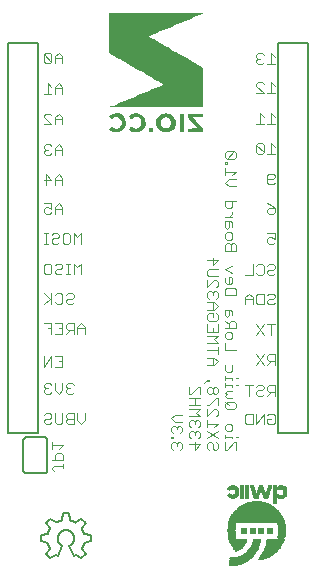
<source format=gbr>
G04 EAGLE Gerber RS-274X export*
G75*
%MOMM*%
%FSLAX34Y34*%
%LPD*%
%AMOC8*
5,1,8,0,0,1.08239X$1,22.5*%
G01*
%ADD10C,0.101600*%
%ADD11C,0.127000*%
%ADD12C,0.152400*%
%ADD13R,0.120000X0.020000*%
%ADD14R,0.340000X0.020000*%
%ADD15R,0.320000X0.020000*%
%ADD16R,0.140000X0.020000*%
%ADD17R,0.280000X0.020000*%
%ADD18R,0.360000X0.020000*%
%ADD19R,0.420000X0.020000*%
%ADD20R,0.380000X0.020000*%
%ADD21R,0.480000X0.020000*%
%ADD22R,0.540000X0.020000*%
%ADD23R,0.560000X0.020000*%
%ADD24R,0.400000X0.020000*%
%ADD25R,0.640000X0.020000*%
%ADD26R,0.620000X0.020000*%
%ADD27R,0.700000X0.020000*%
%ADD28R,0.660000X0.020000*%
%ADD29R,0.740000X0.020000*%
%ADD30R,1.080000X0.020000*%
%ADD31R,0.800000X0.020000*%
%ADD32R,1.100000X0.020000*%
%ADD33R,0.440000X0.020000*%
%ADD34R,0.840000X0.020000*%
%ADD35R,1.120000X0.020000*%
%ADD36R,0.460000X0.020000*%
%ADD37R,0.860000X0.020000*%
%ADD38R,0.900000X0.020000*%
%ADD39R,1.140000X0.020000*%
%ADD40R,0.920000X0.020000*%
%ADD41R,1.160000X0.020000*%
%ADD42R,0.960000X0.020000*%
%ADD43R,0.500000X0.020000*%
%ADD44R,0.520000X0.020000*%
%ADD45R,0.940000X0.020000*%
%ADD46R,0.260000X0.020000*%
%ADD47R,0.180000X0.020000*%
%ADD48R,0.580000X0.020000*%
%ADD49R,0.060000X0.020000*%
%ADD50R,0.600000X0.020000*%
%ADD51R,0.300000X0.020000*%
%ADD52R,0.040000X0.020000*%
%ADD53R,0.100000X0.020000*%
%ADD54R,0.160000X0.020000*%
%ADD55R,0.220000X0.020000*%
%ADD56R,0.980000X0.020000*%
%ADD57R,0.880000X0.020000*%
%ADD58R,0.760000X0.020000*%
%ADD59R,1.060000X0.020000*%
%ADD60R,0.720000X0.020000*%
%ADD61R,0.820000X0.020000*%
%ADD62R,1.180000X0.020000*%
%ADD63R,1.340000X0.020000*%
%ADD64R,1.460000X0.020000*%
%ADD65R,1.600000X0.020000*%
%ADD66R,1.700000X0.020000*%
%ADD67R,1.820000X0.020000*%
%ADD68R,1.900000X0.020000*%
%ADD69R,1.980000X0.020000*%
%ADD70R,2.100000X0.020000*%
%ADD71R,2.160000X0.020000*%
%ADD72R,2.260000X0.020000*%
%ADD73R,2.340000X0.020000*%
%ADD74R,2.400000X0.020000*%
%ADD75R,2.480000X0.020000*%
%ADD76R,2.540000X0.020000*%
%ADD77R,2.600000X0.020000*%
%ADD78R,2.680000X0.020000*%
%ADD79R,2.720000X0.020000*%
%ADD80R,2.800000X0.020000*%
%ADD81R,2.840000X0.020000*%
%ADD82R,2.900000X0.020000*%
%ADD83R,2.960000X0.020000*%
%ADD84R,3.000000X0.020000*%
%ADD85R,3.060000X0.020000*%
%ADD86R,3.120000X0.020000*%
%ADD87R,3.160000X0.020000*%
%ADD88R,3.200000X0.020000*%
%ADD89R,3.260000X0.020000*%
%ADD90R,3.300000X0.020000*%
%ADD91R,3.340000X0.020000*%
%ADD92R,3.380000X0.020000*%
%ADD93R,3.420000X0.020000*%
%ADD94R,3.460000X0.020000*%
%ADD95R,3.520000X0.020000*%
%ADD96R,3.540000X0.020000*%
%ADD97R,3.580000X0.020000*%
%ADD98R,3.620000X0.020000*%
%ADD99R,3.660000X0.020000*%
%ADD100R,3.700000X0.020000*%
%ADD101R,3.740000X0.020000*%
%ADD102R,3.780000X0.020000*%
%ADD103R,3.800000X0.020000*%
%ADD104R,3.840000X0.020000*%
%ADD105R,3.860000X0.020000*%
%ADD106R,3.900000X0.020000*%
%ADD107R,3.940000X0.020000*%
%ADD108R,3.960000X0.020000*%
%ADD109R,3.980000X0.020000*%
%ADD110R,4.020000X0.020000*%
%ADD111R,4.060000X0.020000*%
%ADD112R,4.080000X0.020000*%
%ADD113R,4.100000X0.020000*%
%ADD114R,4.120000X0.020000*%
%ADD115R,4.160000X0.020000*%
%ADD116R,4.180000X0.020000*%
%ADD117R,4.200000X0.020000*%
%ADD118R,4.240000X0.020000*%
%ADD119R,4.260000X0.020000*%
%ADD120R,4.280000X0.020000*%
%ADD121R,4.300000X0.020000*%
%ADD122R,4.320000X0.020000*%
%ADD123R,4.340000X0.020000*%
%ADD124R,4.380000X0.020000*%
%ADD125R,4.400000X0.020000*%
%ADD126R,4.440000X0.020000*%
%ADD127R,4.460000X0.020000*%
%ADD128R,4.500000X0.020000*%
%ADD129R,4.520000X0.020000*%
%ADD130R,4.540000X0.020000*%
%ADD131R,4.560000X0.020000*%
%ADD132R,4.580000X0.020000*%
%ADD133R,4.600000X0.020000*%
%ADD134R,4.620000X0.020000*%
%ADD135R,4.640000X0.020000*%
%ADD136R,4.660000X0.020000*%
%ADD137R,4.680000X0.020000*%
%ADD138R,4.700000X0.020000*%
%ADD139R,4.720000X0.020000*%
%ADD140R,4.740000X0.020000*%
%ADD141R,0.680000X0.020000*%
%ADD142R,1.480000X0.020000*%
%ADD143R,1.580000X0.020000*%
%ADD144R,1.560000X0.020000*%
%ADD145R,1.540000X0.020000*%
%ADD146R,1.520000X0.020000*%
%ADD147R,1.500000X0.020000*%
%ADD148R,1.440000X0.020000*%
%ADD149R,1.400000X0.020000*%
%ADD150R,1.420000X0.020000*%
%ADD151R,1.380000X0.020000*%
%ADD152R,1.360000X0.020000*%
%ADD153R,1.320000X0.020000*%
%ADD154R,1.300000X0.020000*%
%ADD155R,1.260000X0.020000*%
%ADD156R,1.220000X0.020000*%
%ADD157R,1.200000X0.020000*%
%ADD158R,1.040000X0.020000*%
%ADD159R,1.020000X0.020000*%
%ADD160R,1.000000X0.020000*%
%ADD161R,1.280000X0.020000*%
%ADD162R,0.780000X0.020000*%
%ADD163R,1.240000X0.020000*%
%ADD164R,0.020000X0.020000*%
%ADD165R,1.840000X0.020000*%
%ADD166R,1.800000X0.020000*%
%ADD167R,1.780000X0.020000*%
%ADD168R,1.760000X0.020000*%
%ADD169R,1.740000X0.020000*%
%ADD170R,1.680000X0.020000*%
%ADD171R,1.660000X0.020000*%
%ADD172R,1.620000X0.020000*%

G36*
X167321Y433726D02*
X167321Y433726D01*
X167320Y433726D01*
X167321Y433727D01*
X167318Y436117D01*
X167313Y438504D01*
X167310Y440893D01*
X167305Y443283D01*
X167302Y445670D01*
X167297Y448059D01*
X167294Y450446D01*
X167294Y450449D01*
X167289Y452836D01*
X167286Y455226D01*
X167284Y457613D01*
X167278Y460002D01*
X167276Y462389D01*
X167270Y464779D01*
X167268Y467166D01*
X167263Y467172D01*
X167262Y467176D01*
X164960Y468510D01*
X162658Y469843D01*
X160359Y471177D01*
X155756Y473844D01*
X153457Y475177D01*
X148854Y477844D01*
X146555Y479178D01*
X144253Y480511D01*
X141946Y481850D01*
X139640Y483186D01*
X137335Y484522D01*
X135028Y485861D01*
X132721Y487200D01*
X130417Y488536D01*
X128110Y489875D01*
X125806Y491214D01*
X123499Y492555D01*
X121218Y493888D01*
X123612Y494924D01*
X126037Y495953D01*
X128461Y496980D01*
X130888Y498004D01*
X133315Y499025D01*
X135742Y500047D01*
X138169Y501066D01*
X140598Y502087D01*
X143025Y503103D01*
X145332Y504071D01*
X147636Y505040D01*
X149943Y506005D01*
X152248Y506973D01*
X154555Y507939D01*
X156859Y508907D01*
X159166Y509875D01*
X161470Y510843D01*
X163777Y511811D01*
X166081Y512779D01*
X166082Y512779D01*
X167260Y513281D01*
X167263Y513286D01*
X167267Y513290D01*
X167266Y513292D01*
X167267Y513295D01*
X167260Y513298D01*
X167256Y513304D01*
X161954Y513304D01*
X159303Y513306D01*
X135446Y513306D01*
X132795Y513309D01*
X111593Y513309D01*
X108942Y513312D01*
X87736Y513312D01*
X87725Y513301D01*
X87725Y513300D01*
X87724Y513300D01*
X87727Y510907D01*
X87732Y508512D01*
X87735Y506120D01*
X87740Y503725D01*
X87743Y501333D01*
X87746Y498938D01*
X87751Y496543D01*
X87754Y494151D01*
X87759Y491756D01*
X87762Y489363D01*
X87767Y486968D01*
X87770Y484576D01*
X87775Y482181D01*
X87778Y479786D01*
X87783Y479780D01*
X87784Y479776D01*
X90080Y478448D01*
X92374Y477117D01*
X94670Y475789D01*
X96966Y474458D01*
X99260Y473127D01*
X101556Y471799D01*
X103850Y470468D01*
X106146Y469137D01*
X108442Y467809D01*
X110736Y466478D01*
X117641Y462478D01*
X119942Y461141D01*
X124546Y458474D01*
X126845Y457138D01*
X129146Y455805D01*
X131445Y454466D01*
X133724Y453139D01*
X131300Y452084D01*
X128844Y451042D01*
X126390Y450004D01*
X123934Y448967D01*
X121475Y447932D01*
X119016Y446897D01*
X116557Y445865D01*
X114098Y444833D01*
X111793Y443867D01*
X109486Y442899D01*
X107180Y441931D01*
X104873Y440966D01*
X102568Y439998D01*
X100261Y439029D01*
X97954Y438064D01*
X95650Y437096D01*
X93343Y436128D01*
X91039Y435160D01*
X89359Y434453D01*
X87678Y433746D01*
X87676Y433741D01*
X87671Y433737D01*
X87673Y433735D01*
X87672Y433732D01*
X87678Y433729D01*
X87683Y433723D01*
X92990Y433723D01*
X95644Y433720D01*
X130150Y433720D01*
X132803Y433718D01*
X164655Y433718D01*
X167309Y433715D01*
X167321Y433726D01*
G37*
G36*
X136106Y412574D02*
X136106Y412574D01*
X137495Y412643D01*
X137497Y412645D01*
X137498Y412644D01*
X139683Y413393D01*
X139684Y413395D01*
X139686Y413395D01*
X141585Y414704D01*
X141585Y414706D01*
X141587Y414706D01*
X143043Y416496D01*
X143043Y416498D01*
X143045Y416499D01*
X143917Y418633D01*
X143916Y418635D01*
X143918Y418636D01*
X144099Y420655D01*
X144098Y420656D01*
X144099Y420657D01*
X143870Y422668D01*
X143868Y422670D01*
X143869Y422672D01*
X142842Y424968D01*
X142840Y424969D01*
X142840Y424971D01*
X141184Y426865D01*
X141182Y426865D01*
X141181Y426867D01*
X139650Y427806D01*
X139649Y427806D01*
X139649Y427807D01*
X137979Y428476D01*
X137977Y428475D01*
X137976Y428477D01*
X136106Y428648D01*
X135792Y428677D01*
X135790Y428676D01*
X135789Y428677D01*
X133602Y428485D01*
X133601Y428483D01*
X133599Y428484D01*
X131721Y427719D01*
X131721Y427717D01*
X131719Y427718D01*
X130039Y426587D01*
X130038Y426585D01*
X130037Y426585D01*
X128612Y424896D01*
X128612Y424894D01*
X128610Y424893D01*
X127744Y422864D01*
X127744Y422862D01*
X127743Y422860D01*
X127479Y420666D01*
X127480Y420664D01*
X127479Y420663D01*
X127620Y418850D01*
X127622Y418848D01*
X127621Y418846D01*
X128245Y417140D01*
X128247Y417139D01*
X128246Y417137D01*
X129513Y415217D01*
X129515Y415216D01*
X129515Y415214D01*
X131275Y413737D01*
X131278Y413737D01*
X131278Y413735D01*
X133388Y412812D01*
X133390Y412813D01*
X133391Y412811D01*
X135434Y412539D01*
X135435Y412540D01*
X135436Y412539D01*
X136106Y412574D01*
G37*
G36*
X167321Y412822D02*
X167321Y412822D01*
X167320Y412822D01*
X167321Y412823D01*
X167316Y414130D01*
X167310Y415437D01*
X167307Y415441D01*
X167307Y415445D01*
X165881Y417098D01*
X163027Y420405D01*
X161600Y422059D01*
X158763Y425346D01*
X160799Y425359D01*
X162863Y425373D01*
X164925Y425386D01*
X166989Y425402D01*
X167001Y425413D01*
X167000Y425413D01*
X167001Y425414D01*
X167001Y428396D01*
X166990Y428408D01*
X166990Y428407D01*
X166989Y428408D01*
X154187Y428408D01*
X154176Y428397D01*
X154176Y428396D01*
X154175Y428396D01*
X154175Y425886D01*
X154179Y425882D01*
X154178Y425878D01*
X155616Y424209D01*
X157053Y422539D01*
X158488Y420867D01*
X159926Y419197D01*
X161361Y417528D01*
X162781Y415875D01*
X162144Y415867D01*
X162142Y415867D01*
X161185Y415855D01*
X161183Y415855D01*
X160665Y415849D01*
X160226Y415843D01*
X160224Y415843D01*
X159267Y415831D01*
X159265Y415831D01*
X159264Y415831D01*
X158524Y415822D01*
X158308Y415819D01*
X158306Y415819D01*
X157350Y415807D01*
X157348Y415807D01*
X156392Y415796D01*
X156390Y415796D01*
X156390Y415795D01*
X156382Y415795D01*
X155433Y415784D01*
X155431Y415784D01*
X154474Y415772D01*
X154472Y415772D01*
X154241Y415769D01*
X154229Y415758D01*
X154229Y415757D01*
X154199Y414290D01*
X154170Y412823D01*
X154180Y412811D01*
X154181Y412812D01*
X154182Y412811D01*
X167309Y412811D01*
X167321Y412822D01*
G37*
G36*
X112284Y412654D02*
X112284Y412654D01*
X112286Y412656D01*
X112288Y412655D01*
X114608Y413513D01*
X114609Y413516D01*
X114611Y413515D01*
X116553Y415046D01*
X116553Y415048D01*
X116555Y415049D01*
X117926Y417108D01*
X117926Y417110D01*
X117927Y417110D01*
X118490Y418785D01*
X118490Y418786D01*
X118489Y418787D01*
X118491Y418788D01*
X118619Y420557D01*
X118618Y420558D01*
X118619Y420558D01*
X118464Y422487D01*
X118462Y422488D01*
X118463Y422490D01*
X117778Y424295D01*
X117776Y424296D01*
X117777Y424298D01*
X116633Y426061D01*
X116630Y426061D01*
X116630Y426063D01*
X115033Y427426D01*
X115031Y427426D01*
X115030Y427428D01*
X113126Y428319D01*
X113124Y428318D01*
X113124Y428319D01*
X111785Y428645D01*
X111783Y428644D01*
X111782Y428645D01*
X111553Y428648D01*
X111551Y428648D01*
X110671Y428660D01*
X110669Y428660D01*
X110403Y428664D01*
X110403Y428663D01*
X110403Y428664D01*
X110251Y428660D01*
X110250Y428660D01*
X109748Y428648D01*
X109747Y428648D01*
X109245Y428636D01*
X109243Y428636D01*
X109053Y428632D01*
X109052Y428631D01*
X109051Y428631D01*
X107734Y428365D01*
X107733Y428364D01*
X107732Y428364D01*
X106254Y427775D01*
X106253Y427773D01*
X106252Y427774D01*
X104935Y426885D01*
X104934Y426882D01*
X104931Y426882D01*
X104451Y426116D01*
X104453Y426107D01*
X104452Y426102D01*
X105441Y424940D01*
X105442Y424939D01*
X106466Y423803D01*
X106472Y423802D01*
X106473Y423801D01*
X106478Y423801D01*
X106478Y423802D01*
X106482Y423801D01*
X106482Y423802D01*
X107073Y424236D01*
X108799Y425218D01*
X110760Y425479D01*
X112193Y425181D01*
X113419Y424384D01*
X114617Y422665D01*
X115026Y420611D01*
X114617Y418554D01*
X113419Y416838D01*
X112183Y416037D01*
X110736Y415740D01*
X108767Y415971D01*
X107049Y416978D01*
X106357Y417518D01*
X106341Y417517D01*
X105247Y416432D01*
X104157Y415344D01*
X104156Y415340D01*
X104156Y415339D01*
X104156Y415328D01*
X104157Y415328D01*
X104157Y415327D01*
X104661Y414810D01*
X104662Y414810D01*
X104662Y414809D01*
X105875Y413830D01*
X105877Y413830D01*
X105877Y413829D01*
X107242Y413074D01*
X107245Y413075D01*
X107246Y413073D01*
X109737Y412545D01*
X109738Y412546D01*
X109740Y412544D01*
X112284Y412654D01*
G37*
G36*
X95258Y412568D02*
X95258Y412568D01*
X95259Y412570D01*
X95261Y412569D01*
X97605Y413286D01*
X97606Y413288D01*
X97608Y413288D01*
X99689Y414717D01*
X99689Y414720D01*
X99691Y414720D01*
X101196Y416744D01*
X101195Y416747D01*
X101197Y416748D01*
X102000Y419143D01*
X101999Y419145D01*
X102001Y419146D01*
X102057Y421669D01*
X102055Y421671D01*
X102056Y421671D01*
X102055Y421671D01*
X102056Y421673D01*
X101350Y424097D01*
X101347Y424099D01*
X101348Y424101D01*
X99921Y426181D01*
X99919Y426181D01*
X99919Y426183D01*
X98014Y427693D01*
X98012Y427693D01*
X98011Y427695D01*
X95734Y428540D01*
X95731Y428539D01*
X95730Y428541D01*
X93303Y428698D01*
X93302Y428697D01*
X93300Y428698D01*
X90700Y428202D01*
X90698Y428200D01*
X90696Y428201D01*
X88397Y426891D01*
X88396Y426888D01*
X88394Y426888D01*
X87860Y426176D01*
X87861Y426164D01*
X87861Y426161D01*
X88877Y424966D01*
X89925Y423803D01*
X89941Y423801D01*
X90645Y424308D01*
X92029Y425136D01*
X93602Y425479D01*
X95549Y425229D01*
X97163Y424115D01*
X98331Y421914D01*
X98352Y419419D01*
X97232Y417192D01*
X95722Y416077D01*
X93876Y415718D01*
X92069Y416032D01*
X90490Y416980D01*
X89803Y417508D01*
X89787Y417507D01*
X88757Y416475D01*
X88757Y416474D01*
X87727Y415325D01*
X87727Y415309D01*
X87728Y415309D01*
X87728Y415308D01*
X89435Y413742D01*
X89438Y413742D01*
X89438Y413740D01*
X91265Y412908D01*
X91267Y412909D01*
X91268Y412907D01*
X93244Y412529D01*
X93246Y412530D01*
X93247Y412528D01*
X95258Y412568D01*
G37*
%LPC*%
G36*
X136657Y415845D02*
X136657Y415845D01*
X136279Y415857D01*
X136105Y415862D01*
X135869Y415870D01*
X135497Y415882D01*
X135496Y415882D01*
X135124Y415894D01*
X134752Y415905D01*
X134751Y415905D01*
X134380Y415917D01*
X134379Y415917D01*
X134362Y415918D01*
X132197Y417357D01*
X131220Y419358D01*
X131175Y421582D01*
X132069Y423617D01*
X133777Y425040D01*
X135793Y425506D01*
X136103Y425440D01*
X137820Y425070D01*
X139442Y423785D01*
X140406Y421611D01*
X140307Y419235D01*
X139142Y417166D01*
X136947Y415836D01*
X136657Y415845D01*
G37*
%LPD*%
G36*
X150788Y412822D02*
X150788Y412822D01*
X150787Y412822D01*
X150788Y412823D01*
X150788Y428396D01*
X150778Y428408D01*
X150777Y428407D01*
X150776Y428408D01*
X147362Y428408D01*
X147351Y428397D01*
X147351Y428396D01*
X147351Y412823D01*
X147361Y412811D01*
X147362Y412812D01*
X147362Y412811D01*
X150776Y412811D01*
X150788Y412822D01*
G37*
G36*
X124868Y412822D02*
X124868Y412822D01*
X124867Y412822D01*
X124868Y412823D01*
X124868Y416344D01*
X124857Y416355D01*
X124856Y416355D01*
X121229Y416355D01*
X121217Y416345D01*
X121217Y416344D01*
X121217Y412823D01*
X121227Y412811D01*
X121228Y412812D01*
X121229Y412811D01*
X124856Y412811D01*
X124868Y412822D01*
G37*
D10*
X195080Y144018D02*
X195080Y150119D01*
X193555Y150119D01*
X187453Y144018D01*
X185928Y144018D01*
X185928Y150119D01*
X192029Y153373D02*
X192029Y154898D01*
X185928Y154898D01*
X185928Y153373D02*
X185928Y156424D01*
X195080Y154898D02*
X196605Y154898D01*
X185928Y161135D02*
X185928Y164186D01*
X187453Y165711D01*
X190504Y165711D01*
X192029Y164186D01*
X192029Y161135D01*
X190504Y159610D01*
X187453Y159610D01*
X185928Y161135D01*
X187453Y178320D02*
X193555Y178320D01*
X195080Y179846D01*
X195080Y182896D01*
X193555Y184422D01*
X187453Y184422D01*
X185928Y182896D01*
X185928Y179846D01*
X187453Y178320D01*
X188979Y181371D02*
X185928Y184422D01*
X187453Y187676D02*
X192029Y187676D01*
X187453Y187676D02*
X185928Y189201D01*
X187453Y190726D01*
X185928Y192251D01*
X187453Y193777D01*
X192029Y193777D01*
X192029Y197031D02*
X192029Y198556D01*
X185928Y198556D01*
X185928Y197031D02*
X185928Y200081D01*
X195080Y198556D02*
X196605Y198556D01*
X192029Y203268D02*
X192029Y204793D01*
X185928Y204793D01*
X185928Y203268D02*
X185928Y206318D01*
X195080Y204793D02*
X196605Y204793D01*
X192029Y211030D02*
X192029Y215605D01*
X192029Y211030D02*
X190504Y209504D01*
X187453Y209504D01*
X185928Y211030D01*
X185928Y215605D01*
X185928Y228215D02*
X195080Y228215D01*
X185928Y228215D02*
X185928Y234316D01*
X185928Y239095D02*
X185928Y242146D01*
X187453Y243671D01*
X190504Y243671D01*
X192029Y242146D01*
X192029Y239095D01*
X190504Y237570D01*
X187453Y237570D01*
X185928Y239095D01*
X185928Y246925D02*
X195080Y246925D01*
X195080Y251501D01*
X193555Y253026D01*
X190504Y253026D01*
X188979Y251501D01*
X188979Y246925D01*
X188979Y249976D02*
X185928Y253026D01*
X192029Y257806D02*
X192029Y260856D01*
X190504Y262381D01*
X185928Y262381D01*
X185928Y257806D01*
X187453Y256280D01*
X188979Y257806D01*
X188979Y262381D01*
X185928Y274991D02*
X195080Y274991D01*
X185928Y274991D02*
X185928Y279567D01*
X187453Y281092D01*
X193555Y281092D01*
X195080Y279567D01*
X195080Y274991D01*
X185928Y285871D02*
X185928Y288922D01*
X185928Y285871D02*
X187453Y284346D01*
X190504Y284346D01*
X192029Y285871D01*
X192029Y288922D01*
X190504Y290447D01*
X188979Y290447D01*
X188979Y284346D01*
X192029Y293701D02*
X185928Y296752D01*
X192029Y299802D01*
X195080Y312411D02*
X185928Y312411D01*
X195080Y312411D02*
X195080Y316987D01*
X193555Y318513D01*
X192029Y318513D01*
X190504Y316987D01*
X188979Y318513D01*
X187453Y318513D01*
X185928Y316987D01*
X185928Y312411D01*
X190504Y312411D02*
X190504Y316987D01*
X185928Y323292D02*
X185928Y326342D01*
X187453Y327868D01*
X190504Y327868D01*
X192029Y326342D01*
X192029Y323292D01*
X190504Y321767D01*
X187453Y321767D01*
X185928Y323292D01*
X192029Y332647D02*
X192029Y335698D01*
X190504Y337223D01*
X185928Y337223D01*
X185928Y332647D01*
X187453Y331122D01*
X188979Y332647D01*
X188979Y337223D01*
X192029Y340477D02*
X185928Y340477D01*
X188979Y340477D02*
X192029Y343528D01*
X192029Y345053D01*
X195080Y354374D02*
X185928Y354374D01*
X185928Y349798D01*
X187453Y348273D01*
X190504Y348273D01*
X192029Y349798D01*
X192029Y354374D01*
X195080Y366983D02*
X188979Y366983D01*
X185928Y370034D01*
X188979Y373084D01*
X195080Y373084D01*
X192029Y376338D02*
X195080Y379389D01*
X185928Y379389D01*
X185928Y376338D02*
X185928Y382440D01*
X185928Y385694D02*
X187453Y385694D01*
X187453Y387219D01*
X185928Y387219D01*
X185928Y385694D01*
X187453Y390371D02*
X193555Y390371D01*
X195080Y391897D01*
X195080Y394947D01*
X193555Y396472D01*
X187453Y396472D01*
X185928Y394947D01*
X185928Y391897D01*
X187453Y390371D01*
X193555Y396472D01*
X178315Y150119D02*
X179840Y148594D01*
X179840Y145543D01*
X178315Y144018D01*
X176789Y144018D01*
X175264Y145543D01*
X175264Y148594D01*
X173739Y150119D01*
X172213Y150119D01*
X170688Y148594D01*
X170688Y145543D01*
X172213Y144018D01*
X179840Y153373D02*
X170688Y159474D01*
X170688Y153373D02*
X179840Y159474D01*
X176789Y162728D02*
X179840Y165779D01*
X170688Y165779D01*
X170688Y162728D02*
X170688Y168830D01*
X170688Y172084D02*
X170688Y178185D01*
X170688Y172084D02*
X176789Y178185D01*
X178315Y178185D01*
X179840Y176659D01*
X179840Y173609D01*
X178315Y172084D01*
X179840Y181439D02*
X179840Y187540D01*
X178315Y187540D01*
X172213Y181439D01*
X170688Y181439D01*
X178315Y190794D02*
X179840Y192319D01*
X179840Y195370D01*
X178315Y196895D01*
X176789Y196895D01*
X175264Y195370D01*
X173739Y196895D01*
X172213Y196895D01*
X170688Y195370D01*
X170688Y192319D01*
X172213Y190794D01*
X173739Y190794D01*
X175264Y192319D01*
X176789Y190794D01*
X178315Y190794D01*
X175264Y192319D02*
X175264Y195370D01*
X167637Y200149D02*
X170688Y203200D01*
X172213Y203200D01*
X172213Y201674D01*
X170688Y201674D01*
X170688Y203200D01*
X170688Y215741D02*
X176789Y215741D01*
X179840Y218792D01*
X176789Y221842D01*
X170688Y221842D01*
X175264Y221842D02*
X175264Y215741D01*
X170688Y228147D02*
X179840Y228147D01*
X179840Y231197D02*
X179840Y225096D01*
X179840Y234451D02*
X170688Y234451D01*
X176789Y237502D02*
X179840Y234451D01*
X176789Y237502D02*
X179840Y240553D01*
X170688Y240553D01*
X179840Y243807D02*
X179840Y249908D01*
X179840Y243807D02*
X170688Y243807D01*
X170688Y249908D01*
X175264Y246857D02*
X175264Y243807D01*
X179840Y257738D02*
X178315Y259263D01*
X179840Y257738D02*
X179840Y254687D01*
X178315Y253162D01*
X172213Y253162D01*
X170688Y254687D01*
X170688Y257738D01*
X172213Y259263D01*
X175264Y259263D01*
X175264Y256212D01*
X176789Y262517D02*
X170688Y262517D01*
X176789Y262517D02*
X179840Y265568D01*
X176789Y268618D01*
X170688Y268618D01*
X175264Y268618D02*
X175264Y262517D01*
X178315Y271872D02*
X179840Y273398D01*
X179840Y276448D01*
X178315Y277973D01*
X176789Y277973D01*
X175264Y276448D01*
X175264Y274923D01*
X175264Y276448D02*
X173739Y277973D01*
X172213Y277973D01*
X170688Y276448D01*
X170688Y273398D01*
X172213Y271872D01*
X170688Y281227D02*
X170688Y287329D01*
X176789Y287329D02*
X170688Y281227D01*
X176789Y287329D02*
X178315Y287329D01*
X179840Y285803D01*
X179840Y282753D01*
X178315Y281227D01*
X179840Y290583D02*
X172213Y290583D01*
X170688Y292108D01*
X170688Y295159D01*
X172213Y296684D01*
X179840Y296684D01*
X179840Y304514D02*
X170688Y304514D01*
X175264Y299938D02*
X179840Y304514D01*
X175264Y306039D02*
X175264Y299938D01*
X164600Y148594D02*
X155448Y148594D01*
X160024Y144018D02*
X164600Y148594D01*
X160024Y150119D02*
X160024Y144018D01*
X163075Y153373D02*
X164600Y154898D01*
X164600Y157949D01*
X163075Y159474D01*
X161549Y159474D01*
X160024Y157949D01*
X160024Y156424D01*
X160024Y157949D02*
X158499Y159474D01*
X156973Y159474D01*
X155448Y157949D01*
X155448Y154898D01*
X156973Y153373D01*
X163075Y162728D02*
X164600Y164254D01*
X164600Y167304D01*
X163075Y168830D01*
X161549Y168830D01*
X160024Y167304D01*
X160024Y165779D01*
X160024Y167304D02*
X158499Y168830D01*
X156973Y168830D01*
X155448Y167304D01*
X155448Y164254D01*
X156973Y162728D01*
X155448Y172084D02*
X164600Y172084D01*
X161549Y175134D01*
X164600Y178185D01*
X155448Y178185D01*
X155448Y181439D02*
X164600Y181439D01*
X160024Y181439D02*
X160024Y187540D01*
X164600Y187540D02*
X155448Y187540D01*
X164600Y190794D02*
X164600Y196895D01*
X163075Y196895D01*
X156973Y190794D01*
X155448Y190794D01*
X155448Y196895D01*
X149360Y145543D02*
X147835Y144018D01*
X149360Y145543D02*
X149360Y148594D01*
X147835Y150119D01*
X146309Y150119D01*
X144784Y148594D01*
X144784Y147069D01*
X144784Y148594D02*
X143259Y150119D01*
X141733Y150119D01*
X140208Y148594D01*
X140208Y145543D01*
X141733Y144018D01*
X141733Y153373D02*
X140208Y153373D01*
X141733Y153373D02*
X141733Y154898D01*
X140208Y154898D01*
X140208Y153373D01*
X147835Y158051D02*
X149360Y159576D01*
X149360Y162627D01*
X147835Y164152D01*
X146309Y164152D01*
X144784Y162627D01*
X144784Y161101D01*
X144784Y162627D02*
X143259Y164152D01*
X141733Y164152D01*
X140208Y162627D01*
X140208Y159576D01*
X141733Y158051D01*
X143259Y167406D02*
X149360Y167406D01*
X143259Y167406D02*
X140208Y170457D01*
X143259Y173507D01*
X149360Y173507D01*
X227838Y476509D02*
X224787Y479560D01*
X224787Y470408D01*
X221737Y470408D02*
X227838Y470408D01*
X218483Y478035D02*
X216958Y479560D01*
X213907Y479560D01*
X212382Y478035D01*
X212382Y476509D01*
X213907Y474984D01*
X215432Y474984D01*
X213907Y474984D02*
X212382Y473459D01*
X212382Y471933D01*
X213907Y470408D01*
X216958Y470408D01*
X218483Y471933D01*
X224787Y454922D02*
X227838Y451871D01*
X224787Y454922D02*
X224787Y445770D01*
X221737Y445770D02*
X227838Y445770D01*
X218483Y445770D02*
X212382Y445770D01*
X218483Y445770D02*
X212382Y451871D01*
X212382Y453397D01*
X213907Y454922D01*
X216958Y454922D01*
X218483Y453397D01*
X224787Y428760D02*
X227838Y425709D01*
X224787Y428760D02*
X224787Y419608D01*
X221737Y419608D02*
X227838Y419608D01*
X218483Y425709D02*
X215432Y428760D01*
X215432Y419608D01*
X212382Y419608D02*
X218483Y419608D01*
X224787Y403614D02*
X227838Y400563D01*
X224787Y403614D02*
X224787Y394462D01*
X221737Y394462D02*
X227838Y394462D01*
X218483Y395987D02*
X218483Y402089D01*
X216958Y403614D01*
X213907Y403614D01*
X212382Y402089D01*
X212382Y395987D01*
X213907Y394462D01*
X216958Y394462D01*
X218483Y395987D01*
X212382Y402089D01*
X227838Y370079D02*
X226313Y368554D01*
X223262Y368554D01*
X221737Y370079D01*
X221737Y376181D01*
X223262Y377706D01*
X226313Y377706D01*
X227838Y376181D01*
X227838Y374655D01*
X226313Y373130D01*
X221737Y373130D01*
X221737Y352814D02*
X224787Y351289D01*
X227838Y348238D01*
X227838Y345187D01*
X226313Y343662D01*
X223262Y343662D01*
X221737Y345187D01*
X221737Y346713D01*
X223262Y348238D01*
X227838Y348238D01*
X227838Y327160D02*
X221737Y327160D01*
X227838Y327160D02*
X227838Y322584D01*
X224787Y324109D01*
X223262Y324109D01*
X221737Y322584D01*
X221737Y319533D01*
X223262Y318008D01*
X226313Y318008D01*
X227838Y319533D01*
X223262Y300998D02*
X221737Y299473D01*
X223262Y300998D02*
X226313Y300998D01*
X227838Y299473D01*
X227838Y297947D01*
X226313Y296422D01*
X223262Y296422D01*
X221737Y294897D01*
X221737Y293371D01*
X223262Y291846D01*
X226313Y291846D01*
X227838Y293371D01*
X213907Y300998D02*
X212382Y299473D01*
X213907Y300998D02*
X216958Y300998D01*
X218483Y299473D01*
X218483Y293371D01*
X216958Y291846D01*
X213907Y291846D01*
X212382Y293371D01*
X209128Y291846D02*
X209128Y300998D01*
X209128Y291846D02*
X203026Y291846D01*
X221737Y274581D02*
X223262Y276106D01*
X226313Y276106D01*
X227838Y274581D01*
X227838Y273055D01*
X226313Y271530D01*
X223262Y271530D01*
X221737Y270005D01*
X221737Y268479D01*
X223262Y266954D01*
X226313Y266954D01*
X227838Y268479D01*
X218483Y266954D02*
X218483Y276106D01*
X218483Y266954D02*
X213907Y266954D01*
X212382Y268479D01*
X212382Y274581D01*
X213907Y276106D01*
X218483Y276106D01*
X209128Y273055D02*
X209128Y266954D01*
X209128Y273055D02*
X206077Y276106D01*
X203026Y273055D01*
X203026Y266954D01*
X203026Y271530D02*
X209128Y271530D01*
X224787Y250198D02*
X224787Y241046D01*
X221737Y250198D02*
X227838Y250198D01*
X218483Y250198D02*
X212382Y241046D01*
X218483Y241046D02*
X212382Y250198D01*
X227838Y225052D02*
X227838Y215900D01*
X227838Y225052D02*
X223262Y225052D01*
X221737Y223527D01*
X221737Y220476D01*
X223262Y218951D01*
X227838Y218951D01*
X224787Y218951D02*
X221737Y215900D01*
X212382Y215900D02*
X218483Y225052D01*
X212382Y225052D02*
X218483Y215900D01*
X227838Y198890D02*
X227838Y189738D01*
X227838Y198890D02*
X223262Y198890D01*
X221737Y197365D01*
X221737Y194314D01*
X223262Y192789D01*
X227838Y192789D01*
X224787Y192789D02*
X221737Y189738D01*
X213907Y198890D02*
X212382Y197365D01*
X213907Y198890D02*
X216958Y198890D01*
X218483Y197365D01*
X218483Y195839D01*
X216958Y194314D01*
X213907Y194314D01*
X212382Y192789D01*
X212382Y191263D01*
X213907Y189738D01*
X216958Y189738D01*
X218483Y191263D01*
X206077Y189738D02*
X206077Y198890D01*
X209128Y198890D02*
X203026Y198890D01*
X223262Y174506D02*
X221737Y172981D01*
X223262Y174506D02*
X226313Y174506D01*
X227838Y172981D01*
X227838Y166879D01*
X226313Y165354D01*
X223262Y165354D01*
X221737Y166879D01*
X221737Y169930D01*
X224787Y169930D01*
X218483Y165354D02*
X218483Y174506D01*
X212382Y165354D01*
X212382Y174506D01*
X209128Y174506D02*
X209128Y165354D01*
X204552Y165354D01*
X203026Y166879D01*
X203026Y172981D01*
X204552Y174506D01*
X209128Y174506D01*
X48174Y470916D02*
X48174Y477017D01*
X45124Y480068D01*
X42073Y477017D01*
X42073Y470916D01*
X42073Y475492D02*
X48174Y475492D01*
X38819Y472441D02*
X38819Y478543D01*
X37294Y480068D01*
X34243Y480068D01*
X32718Y478543D01*
X32718Y472441D01*
X34243Y470916D01*
X37294Y470916D01*
X38819Y472441D01*
X32718Y478543D01*
X48174Y451363D02*
X48174Y445262D01*
X48174Y451363D02*
X45124Y454414D01*
X42073Y451363D01*
X42073Y445262D01*
X42073Y449838D02*
X48174Y449838D01*
X38819Y451363D02*
X35769Y454414D01*
X35769Y445262D01*
X38819Y445262D02*
X32718Y445262D01*
X48174Y425455D02*
X48174Y419354D01*
X48174Y425455D02*
X45124Y428506D01*
X42073Y425455D01*
X42073Y419354D01*
X42073Y423930D02*
X48174Y423930D01*
X38819Y419354D02*
X32718Y419354D01*
X38819Y419354D02*
X32718Y425455D01*
X32718Y426981D01*
X34243Y428506D01*
X37294Y428506D01*
X38819Y426981D01*
X48174Y399547D02*
X48174Y393446D01*
X48174Y399547D02*
X45124Y402598D01*
X42073Y399547D01*
X42073Y393446D01*
X42073Y398022D02*
X48174Y398022D01*
X38819Y401073D02*
X37294Y402598D01*
X34243Y402598D01*
X32718Y401073D01*
X32718Y399547D01*
X34243Y398022D01*
X35769Y398022D01*
X34243Y398022D02*
X32718Y396497D01*
X32718Y394971D01*
X34243Y393446D01*
X37294Y393446D01*
X38819Y394971D01*
X48174Y373893D02*
X48174Y367792D01*
X48174Y373893D02*
X45124Y376944D01*
X42073Y373893D01*
X42073Y367792D01*
X42073Y372368D02*
X48174Y372368D01*
X34243Y367792D02*
X34243Y376944D01*
X38819Y372368D01*
X32718Y372368D01*
X48174Y349509D02*
X48174Y343408D01*
X48174Y349509D02*
X45124Y352560D01*
X42073Y349509D01*
X42073Y343408D01*
X42073Y347984D02*
X48174Y347984D01*
X38819Y352560D02*
X32718Y352560D01*
X38819Y352560D02*
X38819Y347984D01*
X35769Y349509D01*
X34243Y349509D01*
X32718Y347984D01*
X32718Y344933D01*
X34243Y343408D01*
X37294Y343408D01*
X38819Y344933D01*
X63766Y327414D02*
X63766Y318262D01*
X60716Y324363D02*
X63766Y327414D01*
X60716Y324363D02*
X57665Y327414D01*
X57665Y318262D01*
X52886Y327414D02*
X49835Y327414D01*
X52886Y327414D02*
X54411Y325889D01*
X54411Y319787D01*
X52886Y318262D01*
X49835Y318262D01*
X48310Y319787D01*
X48310Y325889D01*
X49835Y327414D01*
X40480Y327414D02*
X38955Y325889D01*
X40480Y327414D02*
X43531Y327414D01*
X45056Y325889D01*
X45056Y324363D01*
X43531Y322838D01*
X40480Y322838D01*
X38955Y321313D01*
X38955Y319787D01*
X40480Y318262D01*
X43531Y318262D01*
X45056Y319787D01*
X35701Y318262D02*
X32650Y318262D01*
X34176Y318262D02*
X34176Y327414D01*
X35701Y327414D02*
X32650Y327414D01*
X63766Y301506D02*
X63766Y292354D01*
X60716Y298455D02*
X63766Y301506D01*
X60716Y298455D02*
X57665Y301506D01*
X57665Y292354D01*
X54411Y292354D02*
X51361Y292354D01*
X52886Y292354D02*
X52886Y301506D01*
X54411Y301506D02*
X51361Y301506D01*
X43599Y301506D02*
X42073Y299981D01*
X43599Y301506D02*
X46649Y301506D01*
X48174Y299981D01*
X48174Y298455D01*
X46649Y296930D01*
X43599Y296930D01*
X42073Y295405D01*
X42073Y293879D01*
X43599Y292354D01*
X46649Y292354D01*
X48174Y293879D01*
X37294Y301506D02*
X34243Y301506D01*
X37294Y301506D02*
X38819Y299981D01*
X38819Y293879D01*
X37294Y292354D01*
X34243Y292354D01*
X32718Y293879D01*
X32718Y299981D01*
X34243Y301506D01*
X52954Y276360D02*
X51428Y274835D01*
X52954Y276360D02*
X56004Y276360D01*
X57530Y274835D01*
X57530Y273309D01*
X56004Y271784D01*
X52954Y271784D01*
X51428Y270259D01*
X51428Y268733D01*
X52954Y267208D01*
X56004Y267208D01*
X57530Y268733D01*
X43598Y276360D02*
X42073Y274835D01*
X43598Y276360D02*
X46649Y276360D01*
X48174Y274835D01*
X48174Y268733D01*
X46649Y267208D01*
X43598Y267208D01*
X42073Y268733D01*
X38819Y267208D02*
X38819Y276360D01*
X38819Y270259D02*
X32718Y276360D01*
X37294Y271784D02*
X32718Y267208D01*
X66885Y248163D02*
X66885Y242062D01*
X66885Y248163D02*
X63834Y251214D01*
X60784Y248163D01*
X60784Y242062D01*
X60784Y246638D02*
X66885Y246638D01*
X57530Y242062D02*
X57530Y251214D01*
X52954Y251214D01*
X51428Y249689D01*
X51428Y246638D01*
X52954Y245113D01*
X57530Y245113D01*
X54479Y245113D02*
X51428Y242062D01*
X48174Y251214D02*
X42073Y251214D01*
X48174Y251214D02*
X48174Y242062D01*
X42073Y242062D01*
X45124Y246638D02*
X48174Y246638D01*
X38819Y242062D02*
X38819Y251214D01*
X32718Y251214D01*
X35769Y246638D02*
X38819Y246638D01*
X42073Y223274D02*
X48174Y223274D01*
X48174Y214122D01*
X42073Y214122D01*
X45124Y218698D02*
X48174Y218698D01*
X38819Y214122D02*
X38819Y223274D01*
X32718Y214122D01*
X32718Y223274D01*
X56004Y200414D02*
X57530Y198889D01*
X56004Y200414D02*
X52954Y200414D01*
X51428Y198889D01*
X51428Y197363D01*
X52954Y195838D01*
X54479Y195838D01*
X52954Y195838D02*
X51428Y194313D01*
X51428Y192787D01*
X52954Y191262D01*
X56004Y191262D01*
X57530Y192787D01*
X48174Y194313D02*
X48174Y200414D01*
X48174Y194313D02*
X45124Y191262D01*
X42073Y194313D01*
X42073Y200414D01*
X38819Y198889D02*
X37294Y200414D01*
X34243Y200414D01*
X32718Y198889D01*
X32718Y197363D01*
X34243Y195838D01*
X35769Y195838D01*
X34243Y195838D02*
X32718Y194313D01*
X32718Y192787D01*
X34243Y191262D01*
X37294Y191262D01*
X38819Y192787D01*
X66885Y174760D02*
X66885Y168659D01*
X63834Y165608D01*
X60784Y168659D01*
X60784Y174760D01*
X57530Y174760D02*
X57530Y165608D01*
X57530Y174760D02*
X52954Y174760D01*
X51428Y173235D01*
X51428Y171709D01*
X52954Y170184D01*
X51428Y168659D01*
X51428Y167133D01*
X52954Y165608D01*
X57530Y165608D01*
X57530Y170184D02*
X52954Y170184D01*
X48174Y167133D02*
X48174Y174760D01*
X48174Y167133D02*
X46649Y165608D01*
X43599Y165608D01*
X42073Y167133D01*
X42073Y174760D01*
X34243Y174760D02*
X32718Y173235D01*
X34243Y174760D02*
X37294Y174760D01*
X38819Y173235D01*
X38819Y171709D01*
X37294Y170184D01*
X34243Y170184D01*
X32718Y168659D01*
X32718Y167133D01*
X34243Y165608D01*
X37294Y165608D01*
X38819Y167133D01*
X39116Y127255D02*
X40641Y125730D01*
X39116Y127255D02*
X39116Y128781D01*
X40641Y130306D01*
X48268Y130306D01*
X48268Y128781D02*
X48268Y131831D01*
X48268Y135085D02*
X39116Y135085D01*
X48268Y135085D02*
X48268Y139661D01*
X46743Y141186D01*
X43692Y141186D01*
X42167Y139661D01*
X42167Y135085D01*
X45217Y144440D02*
X48268Y147491D01*
X39116Y147491D01*
X39116Y144440D02*
X39116Y150542D01*
D11*
X27700Y157600D02*
X2300Y157600D01*
X27700Y157600D02*
X27700Y487800D01*
X2300Y487800D01*
X2300Y157600D01*
X230900Y157600D02*
X256300Y157600D01*
X256300Y487800D01*
X230900Y487800D01*
X230900Y157600D01*
D12*
X35266Y152030D02*
X35266Y126630D01*
X17486Y124090D02*
X17386Y124092D01*
X17287Y124098D01*
X17187Y124108D01*
X17089Y124121D01*
X16990Y124139D01*
X16893Y124160D01*
X16797Y124185D01*
X16701Y124214D01*
X16607Y124247D01*
X16514Y124283D01*
X16423Y124323D01*
X16333Y124367D01*
X16245Y124414D01*
X16159Y124464D01*
X16075Y124518D01*
X15993Y124575D01*
X15914Y124635D01*
X15836Y124699D01*
X15762Y124765D01*
X15690Y124834D01*
X15621Y124906D01*
X15555Y124980D01*
X15491Y125058D01*
X15431Y125137D01*
X15374Y125219D01*
X15320Y125303D01*
X15270Y125389D01*
X15223Y125477D01*
X15179Y125567D01*
X15139Y125658D01*
X15103Y125751D01*
X15070Y125845D01*
X15041Y125941D01*
X15016Y126037D01*
X14995Y126134D01*
X14977Y126233D01*
X14964Y126331D01*
X14954Y126431D01*
X14948Y126530D01*
X14946Y126630D01*
X14946Y152030D02*
X14948Y152130D01*
X14954Y152229D01*
X14964Y152329D01*
X14977Y152427D01*
X14995Y152526D01*
X15016Y152623D01*
X15041Y152719D01*
X15070Y152815D01*
X15103Y152909D01*
X15139Y153002D01*
X15179Y153093D01*
X15223Y153183D01*
X15270Y153271D01*
X15320Y153357D01*
X15374Y153441D01*
X15431Y153523D01*
X15491Y153602D01*
X15555Y153680D01*
X15621Y153754D01*
X15690Y153826D01*
X15762Y153895D01*
X15836Y153961D01*
X15914Y154025D01*
X15993Y154085D01*
X16075Y154142D01*
X16159Y154196D01*
X16245Y154246D01*
X16333Y154293D01*
X16423Y154337D01*
X16514Y154377D01*
X16607Y154413D01*
X16701Y154446D01*
X16797Y154475D01*
X16893Y154500D01*
X16990Y154521D01*
X17089Y154539D01*
X17187Y154552D01*
X17287Y154562D01*
X17386Y154568D01*
X17486Y154570D01*
X32726Y154570D02*
X32826Y154568D01*
X32925Y154562D01*
X33025Y154552D01*
X33123Y154539D01*
X33222Y154521D01*
X33319Y154500D01*
X33415Y154475D01*
X33511Y154446D01*
X33605Y154413D01*
X33698Y154377D01*
X33789Y154337D01*
X33879Y154293D01*
X33967Y154246D01*
X34053Y154196D01*
X34137Y154142D01*
X34219Y154085D01*
X34298Y154025D01*
X34376Y153961D01*
X34450Y153895D01*
X34522Y153826D01*
X34591Y153754D01*
X34657Y153680D01*
X34721Y153602D01*
X34781Y153523D01*
X34838Y153441D01*
X34892Y153357D01*
X34942Y153271D01*
X34989Y153183D01*
X35033Y153093D01*
X35073Y153002D01*
X35109Y152909D01*
X35142Y152815D01*
X35171Y152719D01*
X35196Y152623D01*
X35217Y152526D01*
X35235Y152427D01*
X35248Y152329D01*
X35258Y152229D01*
X35264Y152130D01*
X35266Y152030D01*
X35266Y126630D02*
X35264Y126530D01*
X35258Y126431D01*
X35248Y126331D01*
X35235Y126233D01*
X35217Y126134D01*
X35196Y126037D01*
X35171Y125941D01*
X35142Y125845D01*
X35109Y125751D01*
X35073Y125658D01*
X35033Y125567D01*
X34989Y125477D01*
X34942Y125389D01*
X34892Y125303D01*
X34838Y125219D01*
X34781Y125137D01*
X34721Y125058D01*
X34657Y124980D01*
X34591Y124906D01*
X34522Y124834D01*
X34450Y124765D01*
X34376Y124699D01*
X34298Y124635D01*
X34219Y124575D01*
X34137Y124518D01*
X34053Y124464D01*
X33967Y124414D01*
X33879Y124367D01*
X33789Y124323D01*
X33698Y124283D01*
X33605Y124247D01*
X33511Y124214D01*
X33415Y124185D01*
X33319Y124160D01*
X33222Y124139D01*
X33123Y124121D01*
X33025Y124108D01*
X32925Y124098D01*
X32826Y124092D01*
X32726Y124090D01*
X17486Y124090D01*
X17486Y154570D02*
X32726Y154570D01*
X14946Y152030D02*
X14946Y126630D01*
D13*
X233606Y112956D03*
D14*
X228306Y112956D03*
X224106Y112956D03*
D15*
X216206Y112956D03*
X208606Y112956D03*
D14*
X204506Y112956D03*
X200306Y112956D03*
D16*
X192506Y112956D03*
D17*
X233606Y112756D03*
D18*
X228206Y112756D03*
X224006Y112756D03*
X216206Y112756D03*
D14*
X208506Y112756D03*
D18*
X204606Y112756D03*
X200206Y112756D03*
D15*
X192406Y112756D03*
D19*
X233706Y112556D03*
D18*
X228206Y112556D03*
X224006Y112556D03*
D20*
X216306Y112556D03*
D18*
X208606Y112556D03*
X204606Y112556D03*
X200206Y112556D03*
D21*
X192406Y112556D03*
X233606Y112356D03*
D18*
X228206Y112356D03*
X224006Y112356D03*
D20*
X216306Y112356D03*
D14*
X208706Y112356D03*
D18*
X204606Y112356D03*
X200206Y112356D03*
D22*
X192506Y112356D03*
D23*
X233606Y112156D03*
D18*
X228206Y112156D03*
X223806Y112156D03*
D24*
X216206Y112156D03*
D14*
X208706Y112156D03*
D18*
X204606Y112156D03*
X200206Y112156D03*
D25*
X192406Y112156D03*
D26*
X233706Y111956D03*
D18*
X228206Y111956D03*
X223806Y111956D03*
D24*
X216206Y111956D03*
D18*
X208806Y111956D03*
X204606Y111956D03*
X200206Y111956D03*
D27*
X192506Y111956D03*
D28*
X233706Y111756D03*
D20*
X228306Y111756D03*
D14*
X223706Y111756D03*
D19*
X216306Y111756D03*
D14*
X208906Y111756D03*
D18*
X204606Y111756D03*
X200206Y111756D03*
D29*
X192506Y111756D03*
D30*
X231806Y111556D03*
D18*
X223606Y111556D03*
D19*
X216306Y111556D03*
D14*
X208906Y111556D03*
D18*
X204606Y111556D03*
X200206Y111556D03*
D31*
X192406Y111556D03*
D32*
X231906Y111356D03*
D18*
X223606Y111356D03*
D33*
X216206Y111356D03*
D14*
X208906Y111356D03*
D18*
X204606Y111356D03*
X200206Y111356D03*
D34*
X192406Y111356D03*
D35*
X232006Y111156D03*
D14*
X223506Y111156D03*
D36*
X216306Y111156D03*
D14*
X209106Y111156D03*
D18*
X204606Y111156D03*
X200206Y111156D03*
D37*
X192506Y111156D03*
D35*
X232006Y110956D03*
D14*
X223506Y110956D03*
D36*
X216306Y110956D03*
D14*
X209106Y110956D03*
D18*
X204606Y110956D03*
X200206Y110956D03*
D38*
X192506Y110956D03*
D39*
X232106Y110756D03*
D18*
X223406Y110756D03*
D21*
X216206Y110756D03*
D15*
X209206Y110756D03*
D18*
X204606Y110756D03*
X200206Y110756D03*
D40*
X192406Y110756D03*
D41*
X232206Y110556D03*
D14*
X223306Y110556D03*
D21*
X216206Y110556D03*
D14*
X209306Y110556D03*
D18*
X204606Y110556D03*
X200206Y110556D03*
D42*
X192406Y110556D03*
D41*
X232206Y110356D03*
D14*
X223306Y110356D03*
D43*
X216306Y110356D03*
D14*
X209306Y110356D03*
D18*
X204606Y110356D03*
X200206Y110356D03*
D42*
X192606Y110356D03*
D41*
X232206Y110156D03*
D18*
X223206Y110156D03*
D44*
X216206Y110156D03*
D14*
X209306Y110156D03*
D18*
X204606Y110156D03*
X200206Y110156D03*
D45*
X192706Y110156D03*
D21*
X235806Y109956D03*
D22*
X229106Y109956D03*
D14*
X223106Y109956D03*
D44*
X216206Y109956D03*
D15*
X209406Y109956D03*
D18*
X204606Y109956D03*
X200206Y109956D03*
D21*
X195206Y109956D03*
D15*
X190006Y109956D03*
D36*
X236106Y109756D03*
D43*
X228906Y109756D03*
D14*
X223106Y109756D03*
D44*
X216206Y109756D03*
D14*
X209506Y109756D03*
D18*
X204606Y109756D03*
X200206Y109756D03*
D33*
X195406Y109756D03*
D46*
X189906Y109756D03*
D19*
X236306Y109556D03*
D36*
X228706Y109556D03*
D18*
X223006Y109556D03*
D22*
X216306Y109556D03*
D15*
X209606Y109556D03*
D18*
X204606Y109556D03*
X200206Y109556D03*
D19*
X195706Y109556D03*
D47*
X189906Y109556D03*
D24*
X236406Y109356D03*
D33*
X228606Y109356D03*
D14*
X222906Y109356D03*
D22*
X216306Y109356D03*
D15*
X209606Y109356D03*
D18*
X204606Y109356D03*
X200206Y109356D03*
D24*
X195806Y109356D03*
D13*
X190006Y109356D03*
D24*
X236406Y109156D03*
D19*
X228506Y109156D03*
D14*
X222906Y109156D03*
D48*
X216306Y109156D03*
D14*
X209706Y109156D03*
D18*
X204606Y109156D03*
X200206Y109156D03*
D20*
X195906Y109156D03*
D49*
X190106Y109156D03*
D20*
X236506Y108956D03*
D24*
X228406Y108956D03*
D15*
X222806Y108956D03*
D48*
X216306Y108956D03*
D15*
X209806Y108956D03*
D18*
X204606Y108956D03*
X200206Y108956D03*
X196006Y108956D03*
D20*
X236706Y108756D03*
D24*
X228406Y108756D03*
D14*
X222706Y108756D03*
D50*
X216206Y108756D03*
D15*
X209806Y108756D03*
D18*
X204606Y108756D03*
X200206Y108756D03*
D20*
X196106Y108756D03*
X236706Y108556D03*
D24*
X228406Y108556D03*
D14*
X222706Y108556D03*
D50*
X216206Y108556D03*
D15*
X210006Y108556D03*
D18*
X204606Y108556D03*
X200206Y108556D03*
D20*
X196106Y108556D03*
X236706Y108356D03*
X228306Y108356D03*
D15*
X222606Y108356D03*
D17*
X217806Y108356D03*
D51*
X214706Y108356D03*
D15*
X210006Y108356D03*
D18*
X204606Y108356D03*
X200206Y108356D03*
X196206Y108356D03*
X236806Y108156D03*
D20*
X228306Y108156D03*
D14*
X222506Y108156D03*
D17*
X218006Y108156D03*
D51*
X214706Y108156D03*
D15*
X210006Y108156D03*
D18*
X204606Y108156D03*
X200206Y108156D03*
X196206Y108156D03*
X236806Y107956D03*
D20*
X228306Y107956D03*
D14*
X222506Y107956D03*
D17*
X218006Y107956D03*
D51*
X214506Y107956D03*
X210106Y107956D03*
D18*
X204606Y107956D03*
X200206Y107956D03*
X196206Y107956D03*
X236806Y107756D03*
X228206Y107756D03*
D15*
X222406Y107756D03*
D51*
X218106Y107756D03*
X214506Y107756D03*
D15*
X210206Y107756D03*
D18*
X204606Y107756D03*
X200206Y107756D03*
X196206Y107756D03*
X236806Y107556D03*
X228206Y107556D03*
D14*
X222306Y107556D03*
D51*
X218106Y107556D03*
X214506Y107556D03*
D15*
X210206Y107556D03*
D18*
X204606Y107556D03*
X200206Y107556D03*
X196206Y107556D03*
X236806Y107356D03*
X228206Y107356D03*
D15*
X222206Y107356D03*
D17*
X218206Y107356D03*
X214406Y107356D03*
D51*
X210306Y107356D03*
D18*
X204606Y107356D03*
X200206Y107356D03*
X196206Y107356D03*
X236806Y107156D03*
X228206Y107156D03*
D15*
X222206Y107156D03*
D17*
X218206Y107156D03*
D51*
X214306Y107156D03*
D15*
X210406Y107156D03*
D18*
X204606Y107156D03*
X200206Y107156D03*
X196206Y107156D03*
X236806Y106956D03*
X228206Y106956D03*
D15*
X222206Y106956D03*
D17*
X218406Y106956D03*
D51*
X214306Y106956D03*
X210506Y106956D03*
D18*
X204606Y106956D03*
X200206Y106956D03*
X196206Y106956D03*
X236806Y106756D03*
D20*
X228306Y106756D03*
D14*
X222106Y106756D03*
D17*
X218406Y106756D03*
D51*
X214106Y106756D03*
X210506Y106756D03*
D18*
X204606Y106756D03*
X200206Y106756D03*
X196206Y106756D03*
X236806Y106556D03*
D20*
X228306Y106556D03*
D15*
X222006Y106556D03*
D17*
X218406Y106556D03*
D51*
X214106Y106556D03*
X210506Y106556D03*
D18*
X204606Y106556D03*
X200206Y106556D03*
X196206Y106556D03*
D20*
X236706Y106356D03*
X228306Y106356D03*
D15*
X222006Y106356D03*
D17*
X218406Y106356D03*
D51*
X214106Y106356D03*
D15*
X210606Y106356D03*
D18*
X204606Y106356D03*
X200206Y106356D03*
D20*
X196106Y106356D03*
X236706Y106156D03*
D24*
X228406Y106156D03*
D15*
X221806Y106156D03*
D17*
X218606Y106156D03*
D51*
X214106Y106156D03*
X210706Y106156D03*
D18*
X204606Y106156D03*
X200206Y106156D03*
D20*
X196106Y106156D03*
X236706Y105956D03*
D24*
X228406Y105956D03*
D26*
X220306Y105956D03*
X212306Y105956D03*
D18*
X204606Y105956D03*
X200206Y105956D03*
D20*
X195906Y105956D03*
D52*
X190006Y105956D03*
D20*
X236506Y105756D03*
D24*
X228406Y105756D03*
D26*
X220306Y105756D03*
D50*
X212406Y105756D03*
D18*
X204606Y105756D03*
X200206Y105756D03*
D20*
X195906Y105756D03*
D53*
X189906Y105756D03*
D24*
X236406Y105556D03*
D19*
X228506Y105556D03*
D48*
X220306Y105556D03*
X212306Y105556D03*
D18*
X204606Y105556D03*
X200206Y105556D03*
D24*
X195806Y105556D03*
D54*
X189806Y105556D03*
D24*
X236406Y105356D03*
D33*
X228606Y105356D03*
D48*
X220306Y105356D03*
X212306Y105356D03*
D18*
X204606Y105356D03*
X200206Y105356D03*
D19*
X195706Y105356D03*
D55*
X189706Y105356D03*
D19*
X236306Y105156D03*
D36*
X228706Y105156D03*
D48*
X220306Y105156D03*
D23*
X212406Y105156D03*
D18*
X204606Y105156D03*
X200206Y105156D03*
D33*
X195406Y105156D03*
D17*
X189806Y105156D03*
D33*
X236006Y104956D03*
D21*
X228806Y104956D03*
D22*
X220306Y104956D03*
D23*
X212406Y104956D03*
D18*
X204606Y104956D03*
X200206Y104956D03*
D42*
X192806Y104956D03*
D36*
X235906Y104756D03*
D44*
X229006Y104756D03*
D22*
X220306Y104756D03*
X212306Y104756D03*
D18*
X204606Y104756D03*
X200206Y104756D03*
D42*
X192606Y104756D03*
D44*
X235406Y104556D03*
D50*
X229406Y104556D03*
D44*
X220206Y104556D03*
X212406Y104556D03*
D18*
X204606Y104556D03*
X200206Y104556D03*
D56*
X192506Y104556D03*
D41*
X232206Y104356D03*
D43*
X220306Y104356D03*
D44*
X212406Y104356D03*
D18*
X204606Y104356D03*
X200206Y104356D03*
D45*
X192506Y104356D03*
D41*
X232206Y104156D03*
D43*
X220306Y104156D03*
D21*
X212406Y104156D03*
D18*
X204606Y104156D03*
X200206Y104156D03*
D40*
X192406Y104156D03*
D39*
X232106Y103956D03*
D21*
X220206Y103956D03*
X212406Y103956D03*
D18*
X204606Y103956D03*
X200206Y103956D03*
D57*
X192406Y103956D03*
D35*
X232006Y103756D03*
D21*
X220206Y103756D03*
X212406Y103756D03*
D18*
X204606Y103756D03*
X200206Y103756D03*
D34*
X192406Y103756D03*
D32*
X231906Y103556D03*
D36*
X220306Y103556D03*
D33*
X212406Y103556D03*
D18*
X204606Y103556D03*
X200206Y103556D03*
D31*
X192406Y103556D03*
D30*
X231806Y103356D03*
D33*
X220206Y103356D03*
X212406Y103356D03*
D18*
X204606Y103356D03*
X200206Y103356D03*
D58*
X192406Y103356D03*
D59*
X231706Y103156D03*
D19*
X220306Y103156D03*
D33*
X212406Y103156D03*
D18*
X204606Y103156D03*
X200206Y103156D03*
D60*
X192406Y103156D03*
D25*
X233606Y102956D03*
D20*
X228306Y102956D03*
D24*
X220206Y102956D03*
D19*
X212506Y102956D03*
D18*
X204606Y102956D03*
X200206Y102956D03*
D25*
X192406Y102956D03*
D50*
X233606Y102756D03*
D18*
X228206Y102756D03*
D24*
X220206Y102756D03*
X212406Y102756D03*
D18*
X204606Y102756D03*
X200206Y102756D03*
D50*
X192406Y102756D03*
D23*
X233606Y102556D03*
D18*
X228206Y102556D03*
D24*
X220206Y102556D03*
D20*
X212506Y102556D03*
D18*
X204606Y102556D03*
X200206Y102556D03*
D43*
X192506Y102556D03*
D21*
X233606Y102356D03*
D18*
X228206Y102356D03*
X220206Y102356D03*
D20*
X212506Y102356D03*
D18*
X204606Y102356D03*
X200206Y102356D03*
X192406Y102356D03*
D24*
X233606Y102156D03*
D18*
X228206Y102156D03*
X220206Y102156D03*
X212406Y102156D03*
D14*
X204506Y102156D03*
D18*
X200206Y102156D03*
D55*
X192506Y102156D03*
D17*
X233606Y101956D03*
D18*
X228206Y101956D03*
D53*
X233506Y101756D03*
D18*
X228206Y101756D03*
X228206Y101556D03*
X228206Y101356D03*
X228206Y101156D03*
X228206Y100956D03*
X228206Y100756D03*
X228206Y100556D03*
X228206Y100356D03*
X228206Y100156D03*
X228206Y99956D03*
X228206Y99756D03*
X228206Y99556D03*
D19*
X212506Y99556D03*
D18*
X228206Y99356D03*
D61*
X212506Y99356D03*
D18*
X228206Y99156D03*
D56*
X212506Y99156D03*
D18*
X228206Y98956D03*
D62*
X212506Y98956D03*
D18*
X228206Y98756D03*
D63*
X212506Y98756D03*
D18*
X228206Y98556D03*
D64*
X212506Y98556D03*
D18*
X228206Y98356D03*
D65*
X212406Y98356D03*
D14*
X228306Y98156D03*
D66*
X212506Y98156D03*
D67*
X212506Y97956D03*
D68*
X212506Y97756D03*
D69*
X212506Y97556D03*
D70*
X212506Y97356D03*
D71*
X212406Y97156D03*
D72*
X212506Y96956D03*
D73*
X212506Y96756D03*
D74*
X212406Y96556D03*
D75*
X212406Y96356D03*
D76*
X212506Y96156D03*
D77*
X212406Y95956D03*
D78*
X212406Y95756D03*
D79*
X212406Y95556D03*
D80*
X212406Y95356D03*
D81*
X212406Y95156D03*
D82*
X212506Y94956D03*
D83*
X212406Y94756D03*
D84*
X212406Y94556D03*
D85*
X212506Y94356D03*
D86*
X212406Y94156D03*
D87*
X212406Y93956D03*
D88*
X212406Y93756D03*
D89*
X212506Y93556D03*
D90*
X212506Y93356D03*
D91*
X212506Y93156D03*
D92*
X212506Y92956D03*
D93*
X212506Y92756D03*
D94*
X212506Y92556D03*
D95*
X212406Y92356D03*
D96*
X212506Y92156D03*
D97*
X212506Y91956D03*
D98*
X212506Y91756D03*
D99*
X212506Y91556D03*
D100*
X212506Y91356D03*
D101*
X212506Y91156D03*
D102*
X212506Y90956D03*
D103*
X212406Y90756D03*
D104*
X212406Y90556D03*
D105*
X212506Y90356D03*
D106*
X212506Y90156D03*
D107*
X212506Y89956D03*
D108*
X212406Y89756D03*
D109*
X212506Y89556D03*
D110*
X212506Y89356D03*
D111*
X212506Y89156D03*
D112*
X212406Y88956D03*
D113*
X212506Y88756D03*
D114*
X212406Y88556D03*
D115*
X212406Y88356D03*
D116*
X212506Y88156D03*
D117*
X212406Y87956D03*
D118*
X212406Y87756D03*
D119*
X212506Y87556D03*
D120*
X212406Y87356D03*
D121*
X212506Y87156D03*
D122*
X212406Y86956D03*
D123*
X212506Y86756D03*
D124*
X212506Y86556D03*
X212506Y86356D03*
D125*
X212406Y86156D03*
D126*
X212406Y85956D03*
D127*
X212506Y85756D03*
X212506Y85556D03*
D128*
X212506Y85356D03*
D129*
X212406Y85156D03*
X212406Y84956D03*
D130*
X212506Y84756D03*
D131*
X212406Y84556D03*
D132*
X212506Y84356D03*
D133*
X212406Y84156D03*
X212406Y83956D03*
D134*
X212506Y83756D03*
D135*
X212406Y83556D03*
D136*
X212506Y83356D03*
X212506Y83156D03*
D137*
X212406Y82956D03*
D138*
X212506Y82756D03*
D139*
X212406Y82556D03*
X212406Y82356D03*
D140*
X212506Y82156D03*
X212506Y81956D03*
D50*
X233206Y81756D03*
D25*
X191806Y81756D03*
D50*
X233406Y81556D03*
D26*
X191706Y81556D03*
D48*
X233506Y81356D03*
D26*
X191706Y81356D03*
D48*
X233506Y81156D03*
D26*
X191706Y81156D03*
D48*
X233506Y80956D03*
D25*
X191606Y80956D03*
D50*
X233606Y80756D03*
D25*
X191606Y80756D03*
D50*
X233606Y80556D03*
D25*
X191606Y80556D03*
D50*
X233606Y80356D03*
D28*
X191506Y80356D03*
D50*
X233606Y80156D03*
D28*
X191506Y80156D03*
D26*
X233706Y79956D03*
D28*
X191506Y79956D03*
D26*
X233706Y79756D03*
D28*
X191506Y79756D03*
D26*
X233706Y79556D03*
D28*
X191506Y79556D03*
D26*
X233706Y79356D03*
D28*
X191506Y79356D03*
D26*
X233706Y79156D03*
D141*
X191406Y79156D03*
D25*
X233806Y78956D03*
D141*
X191406Y78956D03*
D25*
X233806Y78756D03*
D141*
X191406Y78756D03*
D25*
X233806Y78556D03*
D141*
X191406Y78556D03*
D25*
X233806Y78356D03*
D141*
X191406Y78356D03*
D25*
X233806Y78156D03*
D27*
X191306Y78156D03*
D25*
X233806Y77956D03*
D27*
X191306Y77956D03*
D25*
X233806Y77756D03*
D27*
X191306Y77756D03*
D25*
X233806Y77556D03*
D27*
X191306Y77556D03*
D25*
X233806Y77356D03*
D27*
X191306Y77356D03*
D25*
X233806Y77156D03*
D27*
X191306Y77156D03*
D28*
X233906Y76956D03*
D36*
X223506Y76956D03*
D21*
X216406Y76956D03*
X209206Y76956D03*
D36*
X202106Y76956D03*
D27*
X191306Y76956D03*
D28*
X233906Y76756D03*
D21*
X223606Y76756D03*
X216406Y76756D03*
D43*
X209106Y76756D03*
D21*
X202006Y76756D03*
D27*
X191306Y76756D03*
D28*
X233906Y76556D03*
D21*
X223606Y76556D03*
X216406Y76556D03*
D43*
X209106Y76556D03*
D21*
X202006Y76556D03*
D27*
X191306Y76556D03*
D28*
X233906Y76356D03*
D21*
X223606Y76356D03*
X216406Y76356D03*
D43*
X209106Y76356D03*
D21*
X202006Y76356D03*
D27*
X191306Y76356D03*
D28*
X233906Y76156D03*
D21*
X223606Y76156D03*
X216406Y76156D03*
D43*
X209106Y76156D03*
D21*
X202006Y76156D03*
D27*
X191306Y76156D03*
D28*
X233906Y75956D03*
D21*
X223606Y75956D03*
X216406Y75956D03*
D43*
X209106Y75956D03*
D21*
X202006Y75956D03*
D27*
X191306Y75956D03*
D28*
X233906Y75756D03*
D21*
X223606Y75756D03*
X216406Y75756D03*
D43*
X209106Y75756D03*
D21*
X202006Y75756D03*
D27*
X191306Y75756D03*
D28*
X233906Y75556D03*
D21*
X223606Y75556D03*
X216406Y75556D03*
D43*
X209106Y75556D03*
D21*
X202006Y75556D03*
D60*
X191206Y75556D03*
D28*
X233906Y75356D03*
D21*
X223606Y75356D03*
X216406Y75356D03*
D43*
X209106Y75356D03*
D21*
X202006Y75356D03*
D60*
X191206Y75356D03*
D28*
X233906Y75156D03*
D21*
X223606Y75156D03*
X216406Y75156D03*
D43*
X209106Y75156D03*
D21*
X202006Y75156D03*
D60*
X191206Y75156D03*
D28*
X233906Y74956D03*
D21*
X223606Y74956D03*
X216406Y74956D03*
D43*
X209106Y74956D03*
D21*
X202006Y74956D03*
D60*
X191206Y74956D03*
D28*
X233906Y74756D03*
D21*
X223606Y74756D03*
X216406Y74756D03*
D43*
X209106Y74756D03*
D21*
X202006Y74756D03*
D60*
X191206Y74756D03*
D28*
X233906Y74556D03*
D21*
X223606Y74556D03*
X216406Y74556D03*
D43*
X209106Y74556D03*
D21*
X202006Y74556D03*
D60*
X191206Y74556D03*
D28*
X233906Y74356D03*
D21*
X223606Y74356D03*
X216406Y74356D03*
D43*
X209106Y74356D03*
D21*
X202006Y74356D03*
D60*
X191206Y74356D03*
D28*
X233906Y74156D03*
D21*
X223606Y74156D03*
X216406Y74156D03*
D43*
X209106Y74156D03*
D21*
X202006Y74156D03*
D60*
X191206Y74156D03*
D28*
X233906Y73956D03*
D21*
X223606Y73956D03*
X216406Y73956D03*
D43*
X209106Y73956D03*
D21*
X202006Y73956D03*
D27*
X191306Y73956D03*
D28*
X233906Y73756D03*
D21*
X223606Y73756D03*
X216406Y73756D03*
D43*
X209106Y73756D03*
D21*
X202006Y73756D03*
D27*
X191306Y73756D03*
D28*
X233906Y73556D03*
D21*
X223606Y73556D03*
X216406Y73556D03*
D43*
X209106Y73556D03*
D21*
X202006Y73556D03*
D27*
X191306Y73556D03*
D28*
X233906Y73356D03*
D21*
X223606Y73356D03*
X216406Y73356D03*
D43*
X209106Y73356D03*
D21*
X202006Y73356D03*
D27*
X191306Y73356D03*
D28*
X233906Y73156D03*
D21*
X223606Y73156D03*
X216406Y73156D03*
D43*
X209106Y73156D03*
D21*
X202006Y73156D03*
D27*
X191306Y73156D03*
D28*
X233906Y72956D03*
D21*
X223606Y72956D03*
X216406Y72956D03*
D43*
X209106Y72956D03*
D21*
X202006Y72956D03*
D27*
X191306Y72956D03*
D28*
X233906Y72756D03*
D21*
X223606Y72756D03*
X216406Y72756D03*
D43*
X209106Y72756D03*
D21*
X202006Y72756D03*
D27*
X191306Y72756D03*
D25*
X233806Y72556D03*
D21*
X223606Y72556D03*
X216406Y72556D03*
D43*
X209106Y72556D03*
D21*
X202006Y72556D03*
D27*
X191306Y72556D03*
D25*
X233806Y72356D03*
D36*
X223506Y72356D03*
D21*
X216406Y72356D03*
X209206Y72356D03*
D36*
X202106Y72356D03*
D27*
X191306Y72356D03*
D25*
X233806Y72156D03*
D27*
X191306Y72156D03*
D25*
X233806Y71956D03*
D27*
X191306Y71956D03*
D25*
X233806Y71756D03*
D27*
X191306Y71756D03*
D25*
X233806Y71556D03*
D27*
X191306Y71556D03*
D25*
X233806Y71356D03*
D27*
X191306Y71356D03*
D25*
X233806Y71156D03*
D141*
X191406Y71156D03*
D25*
X233806Y70956D03*
D141*
X191406Y70956D03*
D25*
X233806Y70756D03*
D141*
X191406Y70756D03*
D26*
X233706Y70556D03*
D141*
X191406Y70556D03*
D26*
X233706Y70356D03*
D28*
X191506Y70356D03*
D26*
X233706Y70156D03*
D28*
X191506Y70156D03*
D26*
X233706Y69956D03*
D28*
X191506Y69956D03*
D26*
X233706Y69756D03*
D28*
X191506Y69756D03*
D50*
X233606Y69556D03*
D28*
X191506Y69556D03*
D50*
X233606Y69356D03*
D28*
X191506Y69356D03*
D50*
X233606Y69156D03*
D25*
X191606Y69156D03*
D50*
X233606Y68956D03*
D25*
X191606Y68956D03*
D48*
X233506Y68756D03*
D25*
X191606Y68756D03*
D48*
X233506Y68556D03*
D25*
X191606Y68556D03*
D48*
X233506Y68356D03*
D26*
X191706Y68356D03*
D48*
X233506Y68156D03*
D26*
X191706Y68156D03*
D23*
X233406Y67956D03*
D26*
X191706Y67956D03*
D23*
X233406Y67756D03*
D50*
X191806Y67756D03*
D48*
X233306Y67556D03*
D26*
X191906Y67556D03*
D142*
X228606Y67356D03*
D28*
X212906Y67356D03*
D143*
X196706Y67356D03*
D142*
X228606Y67156D03*
D28*
X212906Y67156D03*
D143*
X196706Y67156D03*
D142*
X228606Y66956D03*
D28*
X212906Y66956D03*
D144*
X196806Y66956D03*
D142*
X228606Y66756D03*
D141*
X212806Y66756D03*
D145*
X196706Y66756D03*
D64*
X228506Y66556D03*
D141*
X212806Y66556D03*
D146*
X196806Y66556D03*
D142*
X228406Y66356D03*
D141*
X212806Y66356D03*
D146*
X196806Y66356D03*
D64*
X228306Y66156D03*
D141*
X212806Y66156D03*
D146*
X196806Y66156D03*
D64*
X228306Y65956D03*
D27*
X212706Y65956D03*
D147*
X196706Y65956D03*
D64*
X228306Y65756D03*
D141*
X212606Y65756D03*
D142*
X196806Y65756D03*
D148*
X228206Y65556D03*
D141*
X212606Y65556D03*
D64*
X196706Y65556D03*
D148*
X228206Y65356D03*
D141*
X212606Y65356D03*
D148*
X196806Y65356D03*
X228006Y65156D03*
D27*
X212506Y65156D03*
D148*
X196806Y65156D03*
X228006Y64956D03*
D27*
X212506Y64956D03*
D149*
X196806Y64956D03*
D150*
X227906Y64756D03*
D141*
X212406Y64756D03*
D149*
X196806Y64756D03*
D150*
X227906Y64556D03*
D27*
X212306Y64556D03*
D151*
X196706Y64556D03*
D150*
X227906Y64356D03*
D27*
X212306Y64356D03*
D152*
X196806Y64356D03*
D149*
X227806Y64156D03*
D27*
X212306Y64156D03*
D153*
X196806Y64156D03*
D150*
X227706Y63956D03*
D27*
X212106Y63956D03*
D153*
X196806Y63956D03*
D149*
X227606Y63756D03*
D27*
X212106Y63756D03*
D154*
X196706Y63756D03*
D149*
X227606Y63556D03*
D27*
X212106Y63556D03*
D155*
X196706Y63556D03*
D151*
X227506Y63356D03*
D60*
X212006Y63356D03*
D155*
X196706Y63356D03*
D149*
X227406Y63156D03*
D27*
X211906Y63156D03*
D156*
X196706Y63156D03*
D151*
X227306Y62956D03*
D60*
X211806Y62956D03*
D157*
X196806Y62956D03*
D152*
X227206Y62756D03*
D60*
X211806Y62756D03*
D62*
X196706Y62756D03*
D152*
X227206Y62556D03*
D60*
X211606Y62556D03*
D39*
X196706Y62556D03*
D152*
X227006Y62356D03*
D60*
X211606Y62356D03*
D39*
X196706Y62356D03*
D152*
X227006Y62156D03*
D29*
X211506Y62156D03*
D32*
X196706Y62156D03*
D63*
X226906Y61956D03*
D60*
X211406Y61956D03*
D30*
X196606Y61956D03*
D153*
X226806Y61756D03*
D29*
X211306Y61756D03*
D158*
X196606Y61756D03*
D63*
X226706Y61556D03*
D29*
X211306Y61556D03*
D159*
X196706Y61556D03*
D153*
X226606Y61356D03*
D29*
X211106Y61356D03*
D160*
X196606Y61356D03*
D63*
X226506Y61156D03*
D29*
X211106Y61156D03*
D42*
X196606Y61156D03*
D153*
X226406Y60956D03*
D29*
X210906Y60956D03*
D40*
X196606Y60956D03*
D154*
X226306Y60756D03*
D58*
X210806Y60756D03*
D38*
X196506Y60756D03*
D154*
X226306Y60556D03*
D58*
X210806Y60556D03*
D37*
X196506Y60556D03*
D154*
X226106Y60356D03*
D58*
X210606Y60356D03*
D61*
X196506Y60356D03*
D161*
X226006Y60156D03*
D58*
X210606Y60156D03*
D31*
X196406Y60156D03*
D161*
X225806Y59956D03*
D58*
X210406Y59956D03*
X196406Y59956D03*
D161*
X225806Y59756D03*
D162*
X210306Y59756D03*
D27*
X196306Y59756D03*
D155*
X225706Y59556D03*
D162*
X210106Y59556D03*
D28*
X196306Y59556D03*
D155*
X225506Y59356D03*
D162*
X210106Y59356D03*
D25*
X196206Y59356D03*
D155*
X225506Y59156D03*
D162*
X209906Y59156D03*
D50*
X196206Y59156D03*
D156*
X225306Y58956D03*
D31*
X209806Y58956D03*
D22*
X196106Y58956D03*
D163*
X225206Y58756D03*
D31*
X209606Y58756D03*
D21*
X196006Y58756D03*
D156*
X225106Y58556D03*
D31*
X209606Y58556D03*
D33*
X196006Y58556D03*
D156*
X224906Y58356D03*
D31*
X209406Y58356D03*
D20*
X195906Y58356D03*
D157*
X224806Y58156D03*
D61*
X209306Y58156D03*
D15*
X195806Y58156D03*
D157*
X224606Y57956D03*
D61*
X209106Y57956D03*
D17*
X195606Y57956D03*
D62*
X224506Y57756D03*
D34*
X209006Y57756D03*
D55*
X195506Y57756D03*
D62*
X224306Y57556D03*
D34*
X208806Y57556D03*
D16*
X195306Y57556D03*
D41*
X224206Y57356D03*
D34*
X208606Y57356D03*
D164*
X195306Y57356D03*
D41*
X224006Y57156D03*
D37*
X208506Y57156D03*
D39*
X223906Y56956D03*
D37*
X208306Y56956D03*
D39*
X223706Y56756D03*
D57*
X208206Y56756D03*
D35*
X223606Y56556D03*
D57*
X208006Y56556D03*
D35*
X223406Y56356D03*
D57*
X207806Y56356D03*
D32*
X223306Y56156D03*
D57*
X207606Y56156D03*
D32*
X223106Y55956D03*
D40*
X207406Y55956D03*
D30*
X223006Y55756D03*
D40*
X207206Y55756D03*
D30*
X222806Y55556D03*
D40*
X207006Y55556D03*
D158*
X222606Y55356D03*
D42*
X206806Y55356D03*
D158*
X222406Y55156D03*
D42*
X206606Y55156D03*
D158*
X222206Y54956D03*
D42*
X206406Y54956D03*
D160*
X222006Y54756D03*
D56*
X206106Y54756D03*
D160*
X221806Y54556D03*
D159*
X205906Y54556D03*
D42*
X221606Y54356D03*
D159*
X205706Y54356D03*
D42*
X221406Y54156D03*
D158*
X205406Y54156D03*
D45*
X221106Y53956D03*
D59*
X205106Y53956D03*
D45*
X220906Y53756D03*
D30*
X204806Y53756D03*
D38*
X220706Y53556D03*
D32*
X204506Y53556D03*
D57*
X220406Y53356D03*
D35*
X204206Y53356D03*
D37*
X220306Y53156D03*
D41*
X203806Y53156D03*
D34*
X220006Y52956D03*
D62*
X203506Y52956D03*
D61*
X219706Y52756D03*
D163*
X203006Y52756D03*
D31*
X219406Y52556D03*
D161*
X202606Y52556D03*
D58*
X219206Y52356D03*
D63*
X202106Y52356D03*
D29*
X218906Y52156D03*
D150*
X201506Y52156D03*
D60*
X218606Y51956D03*
D145*
X200706Y51956D03*
D49*
X191706Y51956D03*
D141*
X218206Y51756D03*
D165*
X199006Y51756D03*
D28*
X217906Y51556D03*
D67*
X198906Y51556D03*
D48*
X217506Y51356D03*
D166*
X198806Y51356D03*
D22*
X217106Y51156D03*
D167*
X198706Y51156D03*
D43*
X216706Y50956D03*
D168*
X198606Y50956D03*
D33*
X216206Y50756D03*
D169*
X198506Y50756D03*
D24*
X215806Y50556D03*
D66*
X198306Y50556D03*
D51*
X215106Y50356D03*
D170*
X198206Y50356D03*
D13*
X214406Y50156D03*
D171*
X198106Y50156D03*
D172*
X197906Y49956D03*
D65*
X197806Y49756D03*
D144*
X197606Y49556D03*
D145*
X197506Y49356D03*
D146*
X197406Y49156D03*
D142*
X197206Y48956D03*
D148*
X197006Y48756D03*
D150*
X196906Y48556D03*
D151*
X196706Y48356D03*
D63*
X196506Y48156D03*
D154*
X196306Y47956D03*
D155*
X196106Y47756D03*
D156*
X195906Y47556D03*
D62*
X195706Y47356D03*
D35*
X195406Y47156D03*
D30*
X195206Y46956D03*
D159*
X194906Y46756D03*
D56*
X194706Y46556D03*
D38*
X194306Y46356D03*
D34*
X194006Y46156D03*
D162*
X193706Y45956D03*
D141*
X193206Y45756D03*
D50*
X192806Y45556D03*
D33*
X192006Y45356D03*
D12*
X57912Y54102D02*
X54102Y62738D01*
X57912Y54102D02*
X59690Y55118D01*
X64262Y52070D01*
X67818Y55626D01*
X64770Y60198D01*
X66802Y65278D02*
X72390Y66294D01*
X72390Y71374D01*
X66548Y72390D01*
X64516Y77216D02*
X67818Y82042D01*
X64262Y85598D01*
X59436Y82296D01*
X54864Y84074D02*
X53594Y90170D01*
X48768Y90170D01*
X47498Y84074D01*
X42926Y82296D02*
X37846Y85598D01*
X34290Y82042D01*
X37846Y77216D01*
X35560Y72390D02*
X29972Y71374D01*
X29972Y66294D01*
X35560Y65278D01*
X37592Y60198D02*
X34290Y55626D01*
X37846Y52070D01*
X42418Y55118D01*
X44450Y54102D01*
X48006Y62738D01*
X47854Y62815D01*
X47705Y62895D01*
X47557Y62979D01*
X47411Y63067D01*
X47268Y63158D01*
X47127Y63253D01*
X46988Y63351D01*
X46851Y63452D01*
X46717Y63557D01*
X46586Y63665D01*
X46458Y63776D01*
X46332Y63890D01*
X46209Y64008D01*
X46089Y64128D01*
X45972Y64251D01*
X45858Y64377D01*
X45747Y64506D01*
X45639Y64638D01*
X45535Y64772D01*
X45434Y64908D01*
X45336Y65047D01*
X45242Y65189D01*
X45151Y65333D01*
X45064Y65478D01*
X44980Y65626D01*
X44900Y65776D01*
X44824Y65928D01*
X44751Y66082D01*
X44683Y66238D01*
X44618Y66395D01*
X44557Y66553D01*
X44500Y66713D01*
X44447Y66875D01*
X44397Y67038D01*
X44352Y67201D01*
X44311Y67366D01*
X44274Y67532D01*
X44241Y67699D01*
X44212Y67866D01*
X44187Y68035D01*
X44167Y68203D01*
X44150Y68372D01*
X44138Y68542D01*
X44129Y68712D01*
X44125Y68882D01*
X44126Y69052D01*
X44130Y69222D01*
X44138Y69391D01*
X44151Y69561D01*
X44168Y69730D01*
X44189Y69899D01*
X44214Y70067D01*
X44243Y70234D01*
X44276Y70401D01*
X44314Y70567D01*
X44355Y70732D01*
X44400Y70895D01*
X44450Y71058D01*
X44503Y71219D01*
X44561Y71379D01*
X44622Y71538D01*
X44687Y71695D01*
X44756Y71850D01*
X44829Y72004D01*
X44905Y72156D01*
X44986Y72305D01*
X45069Y72453D01*
X45157Y72599D01*
X45248Y72743D01*
X45342Y72884D01*
X45440Y73023D01*
X45542Y73159D01*
X45646Y73293D01*
X45754Y73425D01*
X45865Y73553D01*
X45979Y73679D01*
X46097Y73802D01*
X46217Y73922D01*
X46340Y74039D01*
X46466Y74153D01*
X46595Y74264D01*
X46726Y74372D01*
X46860Y74477D01*
X46997Y74578D01*
X47136Y74676D01*
X47277Y74770D01*
X47421Y74861D01*
X47567Y74948D01*
X47715Y75032D01*
X47864Y75112D01*
X48016Y75189D01*
X48170Y75261D01*
X48325Y75330D01*
X48482Y75395D01*
X48641Y75456D01*
X48801Y75514D01*
X48962Y75567D01*
X49125Y75616D01*
X49289Y75661D01*
X49454Y75703D01*
X49620Y75740D01*
X49786Y75773D01*
X49954Y75802D01*
X50122Y75827D01*
X50291Y75848D01*
X50460Y75864D01*
X50629Y75877D01*
X50799Y75885D01*
X50969Y75889D01*
X51139Y75889D01*
X51309Y75885D01*
X51479Y75877D01*
X51648Y75864D01*
X51817Y75848D01*
X51986Y75827D01*
X52154Y75802D01*
X52322Y75773D01*
X52488Y75740D01*
X52654Y75703D01*
X52819Y75661D01*
X52983Y75616D01*
X53146Y75567D01*
X53307Y75514D01*
X53467Y75456D01*
X53626Y75395D01*
X53783Y75330D01*
X53938Y75261D01*
X54092Y75189D01*
X54244Y75112D01*
X54393Y75032D01*
X54541Y74948D01*
X54687Y74861D01*
X54831Y74770D01*
X54972Y74676D01*
X55111Y74578D01*
X55248Y74477D01*
X55382Y74372D01*
X55513Y74264D01*
X55642Y74153D01*
X55768Y74039D01*
X55891Y73922D01*
X56011Y73802D01*
X56129Y73679D01*
X56243Y73553D01*
X56354Y73425D01*
X56462Y73293D01*
X56566Y73159D01*
X56668Y73023D01*
X56766Y72884D01*
X56860Y72743D01*
X56951Y72599D01*
X57039Y72453D01*
X57122Y72305D01*
X57203Y72156D01*
X57279Y72004D01*
X57352Y71850D01*
X57421Y71695D01*
X57486Y71538D01*
X57547Y71379D01*
X57605Y71219D01*
X57658Y71058D01*
X57708Y70895D01*
X57753Y70732D01*
X57794Y70567D01*
X57832Y70401D01*
X57865Y70234D01*
X57894Y70067D01*
X57919Y69899D01*
X57940Y69730D01*
X57957Y69561D01*
X57970Y69391D01*
X57978Y69222D01*
X57982Y69052D01*
X57983Y68882D01*
X57979Y68712D01*
X57970Y68542D01*
X57958Y68372D01*
X57941Y68203D01*
X57921Y68035D01*
X57896Y67866D01*
X57867Y67699D01*
X57834Y67532D01*
X57797Y67366D01*
X57756Y67201D01*
X57711Y67038D01*
X57661Y66875D01*
X57608Y66713D01*
X57551Y66553D01*
X57490Y66395D01*
X57425Y66238D01*
X57357Y66082D01*
X57284Y65928D01*
X57208Y65776D01*
X57128Y65626D01*
X57044Y65478D01*
X56957Y65333D01*
X56866Y65189D01*
X56772Y65047D01*
X56674Y64908D01*
X56573Y64772D01*
X56469Y64638D01*
X56361Y64506D01*
X56250Y64377D01*
X56136Y64251D01*
X56019Y64128D01*
X55899Y64008D01*
X55776Y63890D01*
X55650Y63776D01*
X55522Y63665D01*
X55391Y63557D01*
X55257Y63452D01*
X55120Y63351D01*
X54981Y63253D01*
X54840Y63158D01*
X54697Y63067D01*
X54551Y62979D01*
X54403Y62895D01*
X54254Y62815D01*
X54102Y62738D01*
X64709Y60320D02*
X64901Y60622D01*
X65086Y60927D01*
X65265Y61237D01*
X65436Y61551D01*
X65600Y61869D01*
X65756Y62190D01*
X65905Y62515D01*
X66047Y62843D01*
X66181Y63174D01*
X66307Y63509D01*
X66426Y63846D01*
X66537Y64185D01*
X66640Y64528D01*
X66736Y64872D01*
X66594Y72446D02*
X66499Y72806D01*
X66396Y73164D01*
X66285Y73520D01*
X66165Y73872D01*
X66038Y74222D01*
X65902Y74569D01*
X65758Y74913D01*
X65606Y75253D01*
X65446Y75589D01*
X65278Y75922D01*
X65103Y76251D01*
X64919Y76575D01*
X64729Y76895D01*
X64531Y77211D01*
X59375Y82189D02*
X59052Y82377D01*
X58725Y82556D01*
X58394Y82728D01*
X58059Y82892D01*
X57720Y83049D01*
X57377Y83197D01*
X57031Y83337D01*
X56682Y83469D01*
X56329Y83593D01*
X55974Y83708D01*
X55617Y83815D01*
X55257Y83913D01*
X54894Y84003D01*
X47498Y84110D02*
X47130Y84022D01*
X46764Y83924D01*
X46401Y83819D01*
X46040Y83704D01*
X45683Y83581D01*
X45328Y83449D01*
X44976Y83309D01*
X44628Y83161D01*
X44284Y83004D01*
X43943Y82839D01*
X43606Y82666D01*
X43274Y82485D01*
X42946Y82296D01*
X37719Y77175D02*
X37522Y76884D01*
X37332Y76588D01*
X37149Y76288D01*
X36972Y75983D01*
X36803Y75675D01*
X36641Y75363D01*
X36486Y75047D01*
X36338Y74728D01*
X36198Y74406D01*
X36065Y74080D01*
X35939Y73751D01*
X35822Y73420D01*
X35711Y73086D01*
X35609Y72749D01*
X35514Y72410D01*
X35585Y65298D02*
X35665Y64942D01*
X35753Y64588D01*
X35849Y64237D01*
X35954Y63887D01*
X36066Y63541D01*
X36186Y63197D01*
X36314Y62855D01*
X36450Y62517D01*
X36593Y62182D01*
X36744Y61850D01*
X36903Y61522D01*
X37069Y61198D01*
X37243Y60877D01*
X37424Y60561D01*
X37612Y60249D01*
M02*

</source>
